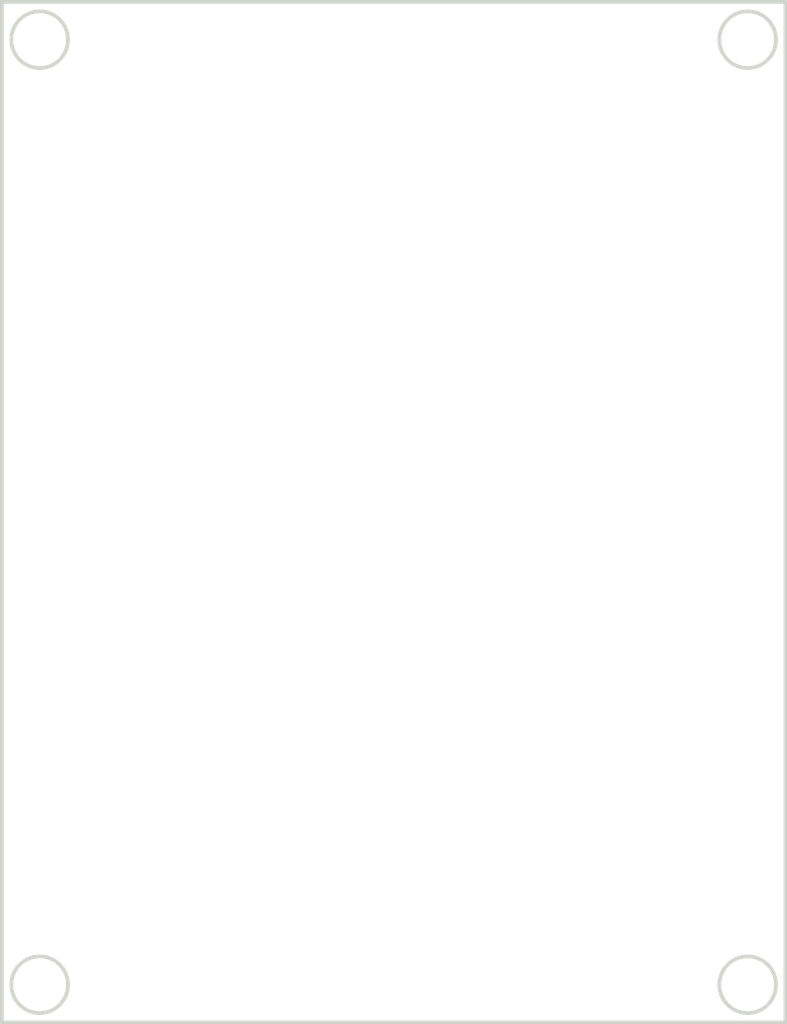
<source format=kicad_pcb>
(kicad_pcb
	(version 20241229)
	(generator "pcbnew")
	(generator_version "9.0")
	(general
		(thickness 1.6)
		(legacy_teardrops no)
	)
	(paper "A4")
	(layers
		(0 "F.Cu" signal)
		(2 "B.Cu" signal)
		(9 "F.Adhes" user "F.Adhesive")
		(11 "B.Adhes" user "B.Adhesive")
		(13 "F.Paste" user)
		(15 "B.Paste" user)
		(5 "F.SilkS" user "F.Silkscreen")
		(7 "B.SilkS" user "B.Silkscreen")
		(1 "F.Mask" user)
		(3 "B.Mask" user)
		(17 "Dwgs.User" user "User.Drawings")
		(19 "Cmts.User" user "User.Comments")
		(21 "Eco1.User" user "User.Eco1")
		(23 "Eco2.User" user "User.Eco2")
		(25 "Edge.Cuts" user)
		(27 "Margin" user)
		(31 "F.CrtYd" user "F.Courtyard")
		(29 "B.CrtYd" user "B.Courtyard")
		(35 "F.Fab" user)
		(33 "B.Fab" user)
		(39 "User.1" user)
		(41 "User.2" user)
		(43 "User.3" user)
		(45 "User.4" user)
	)
	(setup
		(pad_to_mask_clearance 0)
		(allow_soldermask_bridges_in_footprints no)
		(tenting front back)
		(pcbplotparams
			(layerselection 0x00000000_00000000_55555555_5755f5ff)
			(plot_on_all_layers_selection 0x00000000_00000000_00000000_00000000)
			(disableapertmacros no)
			(usegerberextensions no)
			(usegerberattributes yes)
			(usegerberadvancedattributes yes)
			(creategerberjobfile yes)
			(dashed_line_dash_ratio 12.000000)
			(dashed_line_gap_ratio 3.000000)
			(svgprecision 4)
			(plotframeref no)
			(mode 1)
			(useauxorigin no)
			(hpglpennumber 1)
			(hpglpenspeed 20)
			(hpglpendiameter 15.000000)
			(pdf_front_fp_property_popups yes)
			(pdf_back_fp_property_popups yes)
			(pdf_metadata yes)
			(pdf_single_document no)
			(dxfpolygonmode yes)
			(dxfimperialunits yes)
			(dxfusepcbnewfont yes)
			(psnegative no)
			(psa4output no)
			(plot_black_and_white yes)
			(sketchpadsonfab no)
			(plotpadnumbers no)
			(hidednponfab no)
			(sketchdnponfab yes)
			(crossoutdnponfab yes)
			(subtractmaskfromsilk no)
			(outputformat 1)
			(mirror no)
			(drillshape 1)
			(scaleselection 1)
			(outputdirectory "")
		)
	)
	(net 0 "")
	(gr_circle
		(center 87.5 100)
		(end 89 100)
		(stroke
			(width 0.2)
			(type solid)
		)
		(fill no)
		(layer "Edge.Cuts")
		(uuid "46b6d268-60f6-44fa-b32e-0b54ac912832")
	)
	(gr_rect
		(start 48 48)
		(end 89.5 102)
		(stroke
			(width 0.2)
			(type solid)
		)
		(fill no)
		(layer "Edge.Cuts")
		(uuid "4707e8d1-e341-46bf-a159-7e2e1841741e")
	)
	(gr_circle
		(center 50 100)
		(end 51.5 100)
		(stroke
			(width 0.2)
			(type solid)
		)
		(fill no)
		(layer "Edge.Cuts")
		(uuid "5940089d-30b4-4c83-9e72-d145b5c690fe")
	)
	(gr_circle
		(center 50 50)
		(end 51.5 50)
		(stroke
			(width 0.2)
			(type solid)
		)
		(fill no)
		(layer "Edge.Cuts")
		(uuid "6f9e0bf9-66e6-4d5f-a875-f797c470a6e6")
	)
	(gr_circle
		(center 87.5 50)
		(end 89 50)
		(stroke
			(width 0.2)
			(type solid)
		)
		(fill no)
		(layer "Edge.Cuts")
		(uuid "72d186b7-9939-4f87-93a9-bdb7194aaa8b")
	)
	(embedded_fonts no)
)

</source>
